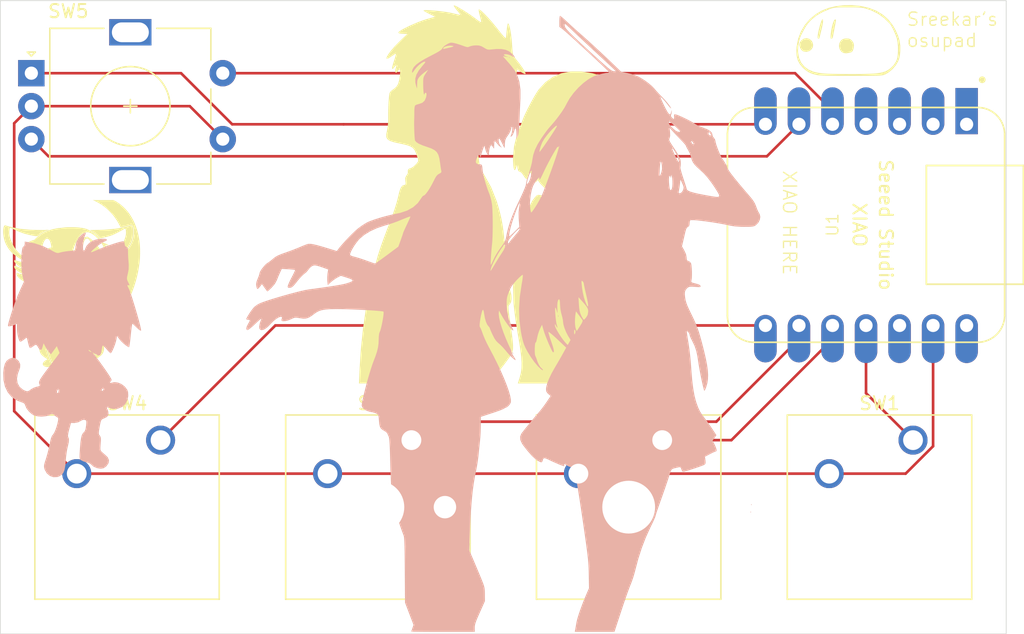
<source format=kicad_pcb>
(kicad_pcb (version 20240108) (generator "pcbnew") (generator_version "8.0")
  (layers (0 "F.Cu" signal) (31 "B.Cu" signal) (34 "B.Paste" user) (35 "F.Paste" user) (36 "B.SilkS" user "B.Silkscreen") (37 "F.SilkS" user "F.Silkscreen") (38 "B.Mask" user) (39 "F.Mask" user) (44 "Edge.Cuts" user))
  (net 0 "")
  (net 1 "GND")
  (net 2 "Net-(U1-PA6_A10_D10_MOSI)")
  (net 3 "Net-(U1-PA5_A9_D9_MISO)")
  (net 4 "Net-(U1-PA7_A8_D8_SCK)")
  (net 5 "Net-(U1-PB09_A7_D7_RX)")
  (net 7 "Net-(U1-PA8_A4_D4_SDA)")
  (net 11 "Net-(U1-PB08_A6_D6_TX)")
  (net 13 "Net-(U1-PA9_A5_D5_SCL)")
  (footprint "Button_Switch_Keyboard:SW_Cherry_MX_1.00u_PCB" (layer "F.Cu") (at 52.34 63.12)
    (property "Reference" "SW3" (at -2.54 -2.794 0) (layer "F.SilkS"))
    (property "Value" "SW_Push")
    (pad "" np_thru_hole circle (at -7.62 5.08) (size 1.7 1.7) (drill 1.7) (layers "*.Cu" "*.Mask"))
    (pad "" np_thru_hole circle (at -2.54 5.08) (size 4 4) (drill 4) (layers "*.Cu" "*.Mask"))
    (pad "" np_thru_hole circle (at 2.54 5.08) (size 1.7 1.7) (drill 1.7) (layers "*.Cu" "*.Mask"))
    (pad "1" thru_hole circle (at 0 0) (size 2.2 2.2) (drill 1.5) (layers "*.Cu" "*.Mask") (net 4 "Net-(U1-PA7_A8_D8_SCK)"))
    (pad "2" thru_hole circle (at -6.35 2.54) (size 2.2 2.2) (drill 1.5) (layers "*.Cu" "*.Mask") (net 1 "GND"))
  )
  (footprint "LOGO" (layer "F.Cu") (at 85.4 32.8)
    (property "Reference" "G***" (hide yes))
    (property "Value" "LOGO" (hide yes))
  )
  (footprint "footprints:XIAO-Generic-Hybrid-14P-2.54-21X17.8MM" (layer "F.Cu") (at 86.78 46.8 -90)
    (property "Reference" "U1" (at 0 2.54 90) (layer "F.SilkS") (effects (font (size 0.889 0.889) (thickness 0.1016))))
    (property "Value" "MOUDLE-SEEEDUINO-XIAO" (hide yes))
    (fp_text user "Seeed Studio" (at 0 -1.5 -90) (layer "F.SilkS"))
    (fp_text user "XIAO" (at 0 0.5 -90) (layer "F.SilkS"))
    (pad "1" thru_hole rect (at -7.625 -7.62 270) (size 3.5 1.7) (drill 1 (offset -1 0)) (layers "*.Cu" "*.Mask"))
    (pad "2" thru_hole oval (at -7.625 -5.08 270) (size 3.6 1.7) (drill 1 (offset -1 0)) (layers "*.Cu" "*.Mask"))
    (pad "3" thru_hole oval (at -7.625 -2.54 270) (size 3.6 1.7) (drill 1 (offset -1 0)) (layers "*.Cu" "*.Mask"))
    (pad "4" thru_hole oval (at -7.625 0 270) (size 3.6 1.7) (drill 1 (offset -1 0)) (layers "*.Cu" "*.Mask"))
    (pad "5" thru_hole oval (at -7.625 2.54 270) (size 3.6 1.7) (drill 1 (offset -1 0)) (layers "*.Cu" "*.Mask") (net 7 "Net-(U1-PA8_A4_D4_SDA)"))
    (pad "6" thru_hole oval (at -7.625 5.08 90) (size 3.6 1.7) (drill 1 (offset 1 0)) (layers "*.Cu" "*.Mask") (net 13 "Net-(U1-PA9_A5_D5_SCL)"))
    (pad "7" thru_hole oval (at -7.625 7.62 270) (size 3.6 1.7) (drill 1 (offset -1 0)) (layers "*.Cu" "*.Mask") (net 11 "Net-(U1-PB08_A6_D6_TX)"))
    (pad "8" thru_hole oval (at 7.625 7.62 270) (size 3.6 1.7) (drill 1 (offset 1 0)) (layers "*.Cu" "*.Mask") (net 5 "Net-(U1-PB09_A7_D7_RX)"))
    (pad "9" thru_hole oval (at 7.625 5.08 270) (size 3.6 1.7) (drill 1 (offset 1 0)) (layers "*.Cu" "*.Mask") (net 4 "Net-(U1-PA7_A8_D8_SCK)"))
    (pad "10" thru_hole oval (at 7.625 2.54 270) (size 3.6 1.7) (drill 1 (offset 1 0)) (layers "*.Cu" "*.Mask") (net 3 "Net-(U1-PA5_A9_D9_MISO)"))
    (pad "11" thru_hole oval (at 7.625 0 270) (size 3.7 1.7) (drill 1 (offset 1 0)) (layers "*.Cu" "*.Mask") (net 2 "Net-(U1-PA6_A10_D10_MOSI)"))
    (pad "12" thru_hole oval (at 7.625 -2.54 270) (size 3.7 1.7) (drill 1 (offset 1 0)) (layers "*.Cu" "*.Mask"))
    (pad "13" thru_hole oval (at 7.625 -5.08 270) (size 3.7 1.7) (drill 1 (offset 1 0)) (layers "*.Cu" "*.Mask") (net 1 "GND"))
    (pad "14" thru_hole oval (at 7.625 -7.62 270) (size 3.7 1.7) (drill 1 (offset 1 0)) (layers "*.Cu" "*.Mask"))
  )
  (footprint "LOGO" (layer "F.Cu") (at 26.832993 52.42139)
    (property "Reference" "G***" (hide yes))
    (property "Value" "LOGO" (hide yes))
  )
  (footprint "Button_Switch_Keyboard:SW_Cherry_MX_1.00u_PCB" (layer "F.Cu") (at 33.34 63.12)
    (property "Reference" "SW4" (at -2.54 -2.794 0) (layer "F.SilkS"))
    (property "Value" "SW_Push")
    (pad "" np_thru_hole circle (at -7.62 5.08) (size 1.7 1.7) (drill 1.7) (layers "*.Cu" "*.Mask"))
    (pad "" np_thru_hole circle (at -2.54 5.08) (size 4 4) (drill 4) (layers "*.Cu" "*.Mask"))
    (pad "" np_thru_hole circle (at 2.54 5.08) (size 1.7 1.7) (drill 1.7) (layers "*.Cu" "*.Mask"))
    (pad "1" thru_hole circle (at 0 0) (size 2.2 2.2) (drill 1.5) (layers "*.Cu" "*.Mask") (net 5 "Net-(U1-PB09_A7_D7_RX)"))
    (pad "2" thru_hole circle (at -6.35 2.54) (size 2.2 2.2) (drill 1.5) (layers "*.Cu" "*.Mask") (net 1 "GND"))
  )
  (footprint "LOGO" (layer "F.Cu") (at 59.287186 44.4)
    (property "Reference" "G***" (hide yes))
    (property "Value" "LOGO" (hide yes))
  )
  (footprint "Button_Switch_Keyboard:SW_Cherry_MX_1.00u_PCB" (layer "F.Cu") (at 71.34 63.12)
    (property "Reference" "SW2" (at -2.54 -2.794 0) (layer "F.SilkS"))
    (property "Value" "SW_Push")
    (pad "" np_thru_hole circle (at -7.62 5.08) (size 1.7 1.7) (drill 1.7) (layers "*.Cu" "*.Mask"))
    (pad "" np_thru_hole circle (at -2.54 5.08) (size 4 4) (drill 4) (layers "*.Cu" "*.Mask"))
    (pad "" np_thru_hole circle (at 2.54 5.08) (size 1.7 1.7) (drill 1.7) (layers "*.Cu" "*.Mask"))
    (pad "1" thru_hole circle (at 0 0) (size 2.2 2.2) (drill 1.5) (layers "*.Cu" "*.Mask") (net 3 "Net-(U1-PA5_A9_D9_MISO)"))
    (pad "2" thru_hole circle (at -6.35 2.54) (size 2.2 2.2) (drill 1.5) (layers "*.Cu" "*.Mask") (net 1 "GND"))
  )
  (footprint "Rotary_Encoder:RotaryEncoder_Alps_EC11E-Switch_Vertical_H20mm" (layer "F.Cu") (at 23.55 35.3)
    (property "Reference" "SW5" (at 2.8 -4.7 0) (layer "F.SilkS"))
    (property "Value" "RotaryEncoder_Switch")
    (pad "A" thru_hole rect (at 0 0) (size 2 2) (drill 1) (layers "*.Cu" "*.Mask") (net 11 "Net-(U1-PB08_A6_D6_TX)"))
    (pad "B" thru_hole circle (at 0 5) (size 2 2) (drill 1) (layers "*.Cu" "*.Mask") (net 13 "Net-(U1-PA9_A5_D5_SCL)"))
    (pad "C" thru_hole circle (at 0 2.5) (size 2 2) (drill 1) (layers "*.Cu" "*.Mask") (net 1 "GND"))
    (pad "MP" thru_hole rect (at 7.5 -3.1) (size 3.2 2) (drill oval 2.8 1.5) (layers "*.Cu" "*.Mask"))
    (pad "MP" thru_hole rect (at 7.5 8.1) (size 3.2 2) (drill oval 2.8 1.5) (layers "*.Cu" "*.Mask"))
    (pad "S1" thru_hole circle (at 14.5 5) (size 2 2) (drill 1) (layers "*.Cu" "*.Mask") (net 1 "GND"))
    (pad "S2" thru_hole circle (at 14.5 0) (size 2 2) (drill 1) (layers "*.Cu" "*.Mask") (net 7 "Net-(U1-PA8_A4_D4_SDA)"))
  )
  (footprint "Button_Switch_Keyboard:SW_Cherry_MX_1.00u_PCB" (layer "F.Cu") (at 90.34 63.12)
    (property "Reference" "SW1" (at -2.54 -2.794 0) (layer "F.SilkS"))
    (property "Value" "SW_Push")
    (pad "" np_thru_hole circle (at -7.62 5.08) (size 1.7 1.7) (drill 1.7) (layers "*.Cu" "*.Mask"))
    (pad "" np_thru_hole circle (at -2.54 5.08) (size 4 4) (drill 4) (layers "*.Cu" "*.Mask"))
    (pad "" np_thru_hole circle (at 2.54 5.08) (size 1.7 1.7) (drill 1.7) (layers "*.Cu" "*.Mask"))
    (pad "1" thru_hole circle (at 0 0) (size 2.2 2.2) (drill 1.5) (layers "*.Cu" "*.Mask") (net 2 "Net-(U1-PA6_A10_D10_MOSI)"))
    (pad "2" thru_hole circle (at -6.35 2.54) (size 2.2 2.2) (drill 1.5) (layers "*.Cu" "*.Mask") (net 1 "GND"))
  )
  (footprint "LOGO" (layer "B.Cu") (at 26.8 56.6 180)
    (property "Reference" "G***" (hide yes))
    (property "Value" "LOGO" (hide yes))
  )
  (footprint "LOGO" (layer "B.Cu") (at 59.452487 53.6 180)
    (property "Reference" "G***" (hide yes))
    (property "Value" "LOGO" (hide yes))
  )
  (gr_rect (start 21.2 29.8) (end 97.4 77.8) (stroke (width 0.05)) (fill none) (layer "Edge.Cuts"))
  (gr_text "XIAO HERE" (at 80.4 42.6 -90) (layer "F.SilkS") (effects (font (size 1 1) (thickness 0.1)) (justify left bottom)))
  (gr_text "Sreekar's\nosupad" (at 89.8 33.4 0) (layer "F.SilkS") (effects (font (size 1 1) (thickness 0.1)) (justify left bottom)))
  (segment (start 22.25 60.92) (end 26.99 65.66) (width 0.2) (layer "F.Cu") (net 1))
  (segment (start 83.99 65.66) (end 89.779899 65.66) (width 0.2) (layer "F.Cu") (net 1))
  (segment (start 91.86 63.579899) (end 91.86 54.425) (width 0.2) (layer "F.Cu") (net 1))
  (segment (start 23.55 37.8) (end 35.55 37.8) (width 0.2) (layer "F.Cu") (net 1))
  (segment (start 64.99 65.66) (end 83.99 65.66) (width 0.2) (layer "F.Cu") (net 1))
  (segment (start 45.99 65.66) (end 64.99 65.66) (width 0.2) (layer "F.Cu") (net 1))
  (segment (start 89.779899 65.66) (end 91.86 63.579899) (width 0.2) (layer "F.Cu") (net 1))
  (segment (start 35.55 37.8) (end 38.05 40.3) (width 0.2) (layer "F.Cu") (net 1))
  (segment (start 22.25 39.1) (end 22.25 60.92) (width 0.2) (layer "F.Cu") (net 1))
  (segment (start 23.55 37.8) (end 22.25 39.1) (width 0.2) (layer "F.Cu") (net 1))
  (segment (start 26.99 65.66) (end 45.99 65.66) (width 0.2) (layer "F.Cu") (net 1))
  (segment (start 90.34 63.12) (end 86.78 59.56) (width 0.2) (layer "F.Cu") (net 2))
  (segment (start 86.78 59.56) (end 86.78 54.425) (width 0.2) (layer "F.Cu") (net 2))
  (segment (start 76.581346 63.12) (end 71.34 63.12) (width 0.2) (layer "F.Cu") (net 3))
  (segment (start 84.24 55.461346) (end 76.581346 63.12) (width 0.2) (layer "F.Cu") (net 3))
  (segment (start 84.24 54.425) (end 84.24 55.461346) (width 0.2) (layer "F.Cu") (net 3))
  (segment (start 53.74 61.72) (end 52.34 63.12) (width 0.2) (layer "F.Cu") (net 4))
  (segment (start 81.7 55.461346) (end 75.441346 61.72) (width 0.2) (layer "F.Cu") (net 4))
  (segment (start 75.441346 61.72) (end 53.74 61.72) (width 0.2) (layer "F.Cu") (net 4))
  (segment (start 81.7 54.425) (end 81.7 55.461346) (width 0.2) (layer "F.Cu") (net 4))
  (segment (start 33.34 63.12) (end 42.035 54.425) (width 0.2) (layer "F.Cu") (net 5))
  (segment (start 42.035 54.425) (end 79.16 54.425) (width 0.2) (layer "F.Cu") (net 5))
  (segment (start 84.24 38.138654) (end 84.24 39.175) (width 0.2) (layer "F.Cu") (net 7))
  (segment (start 81.401346 35.3) (end 84.24 38.138654) (width 0.2) (layer "F.Cu") (net 7))
  (segment (start 38.05 35.3) (end 81.401346 35.3) (width 0.2) (layer "F.Cu") (net 7))
  (segment (start 23.55 35.3) (end 34.888478 35.3) (width 0.2) (layer "F.Cu") (net 11))
  (segment (start 34.888478 35.3) (end 38.763478 39.175) (width 0.2) (layer "F.Cu") (net 11))
  (segment (start 47.2 39.175) (end 79.16 39.175) (width 0.2) (layer "F.Cu") (net 11))
  (segment (start 38.763478 39.175) (end 47.2 39.175) (width 0.2) (layer "F.Cu") (net 11))
  (segment (start 23.55 40.3) (end 24.85 41.6) (width 0.2) (layer "F.Cu") (net 13))
  (segment (start 24.85 41.6) (end 79.275 41.6) (width 0.2) (layer "F.Cu") (net 13))
  (segment (start 79.275 41.6) (end 81.7 39.175) (width 0.2) (layer "F.Cu") (net 13))
)
</source>
